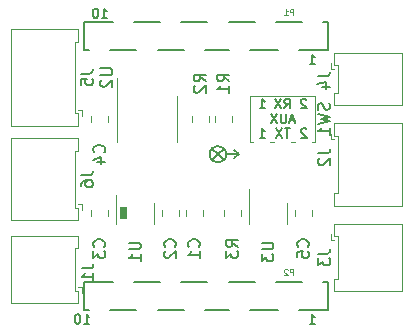
<source format=gbr>
%TF.GenerationSoftware,KiCad,Pcbnew,5.1.6-c6e7f7d~86~ubuntu18.04.1*%
%TF.CreationDate,2020-05-25T11:30:19+02:00*%
%TF.ProjectId,cf-deck-carrier,63662d64-6563-46b2-9d63-617272696572,0.1A*%
%TF.SameCoordinates,Original*%
%TF.FileFunction,Legend,Bot*%
%TF.FilePolarity,Positive*%
%FSLAX46Y46*%
G04 Gerber Fmt 4.6, Leading zero omitted, Abs format (unit mm)*
G04 Created by KiCad (PCBNEW 5.1.6-c6e7f7d~86~ubuntu18.04.1) date 2020-05-25 11:30:19*
%MOMM*%
%LPD*%
G01*
G04 APERTURE LIST*
%ADD10C,0.600000*%
%ADD11C,0.150000*%
%ADD12C,0.120000*%
%ADD13C,0.200000*%
%ADD14C,0.100000*%
%ADD15R,0.750000X1.660000*%
%ADD16R,1.400000X1.400000*%
%ADD17O,1.400000X0.900000*%
%ADD18C,0.950000*%
%ADD19R,1.100000X1.700000*%
G04 APERTURE END LIST*
D10*
X132001000Y-100250920D02*
X132001000Y-101750920D01*
D11*
X146491476Y-93134253D02*
X146110523Y-93134253D01*
X146567666Y-93362824D02*
X146301000Y-92562824D01*
X146034333Y-93362824D01*
X145767666Y-92562824D02*
X145767666Y-93210443D01*
X145729571Y-93286634D01*
X145691476Y-93324729D01*
X145615285Y-93362824D01*
X145462904Y-93362824D01*
X145386714Y-93324729D01*
X145348619Y-93286634D01*
X145310523Y-93210443D01*
X145310523Y-92562824D01*
X145005761Y-92562824D02*
X144472428Y-93362824D01*
X144472428Y-92562824D02*
X145005761Y-93362824D01*
X143522428Y-92112824D02*
X143979571Y-92112824D01*
X143751000Y-92112824D02*
X143751000Y-91312824D01*
X143827190Y-91427110D01*
X143903380Y-91503300D01*
X143979571Y-91541396D01*
X147479571Y-91389015D02*
X147441476Y-91350920D01*
X147365285Y-91312824D01*
X147174809Y-91312824D01*
X147098619Y-91350920D01*
X147060523Y-91389015D01*
X147022428Y-91465205D01*
X147022428Y-91541396D01*
X147060523Y-91655681D01*
X147517666Y-92112824D01*
X147022428Y-92112824D01*
X145634333Y-92112824D02*
X145901000Y-91731872D01*
X146091476Y-92112824D02*
X146091476Y-91312824D01*
X145786714Y-91312824D01*
X145710523Y-91350920D01*
X145672428Y-91389015D01*
X145634333Y-91465205D01*
X145634333Y-91579491D01*
X145672428Y-91655681D01*
X145710523Y-91693777D01*
X145786714Y-91731872D01*
X146091476Y-91731872D01*
X145367666Y-91312824D02*
X144834333Y-92112824D01*
X144834333Y-91312824D02*
X145367666Y-92112824D01*
X143522428Y-94612824D02*
X143979571Y-94612824D01*
X143751000Y-94612824D02*
X143751000Y-93812824D01*
X143827190Y-93927110D01*
X143903380Y-94003300D01*
X143979571Y-94041396D01*
X147479571Y-93889015D02*
X147441476Y-93850920D01*
X147365285Y-93812824D01*
X147174809Y-93812824D01*
X147098619Y-93850920D01*
X147060523Y-93889015D01*
X147022428Y-93965205D01*
X147022428Y-94041396D01*
X147060523Y-94155681D01*
X147517666Y-94612824D01*
X147022428Y-94612824D01*
X146110523Y-93812824D02*
X145653380Y-93812824D01*
X145881952Y-94612824D02*
X145881952Y-93812824D01*
X145462904Y-93812824D02*
X144929571Y-94612824D01*
X144929571Y-93812824D02*
X145462904Y-94612824D01*
D12*
%TO.C,U1*%
X131391000Y-101900920D02*
X131391000Y-99450920D01*
X134611000Y-100100920D02*
X134611000Y-101900920D01*
%TO.C,U3*%
X145861000Y-100100920D02*
X145861000Y-101900920D01*
X142641000Y-101900920D02*
X142641000Y-98950920D01*
%TO.C,SW1*%
X142801000Y-94950920D02*
X148201000Y-94950920D01*
X148201000Y-94950920D02*
X148201000Y-91050920D01*
X142801000Y-91050920D02*
X148201000Y-91050920D01*
X142751000Y-91050920D02*
X142751000Y-94950920D01*
%TO.C,J1*%
X128151000Y-107250920D02*
X128451000Y-107250920D01*
X128451000Y-107250920D02*
X128451000Y-107750920D01*
X127861000Y-105750920D02*
X127861000Y-107540920D01*
X127861000Y-107540920D02*
X128161000Y-107540920D01*
X128161000Y-107540920D02*
X128161000Y-108610920D01*
X128161000Y-108610920D02*
X122441000Y-108610920D01*
X122441000Y-108610920D02*
X122441000Y-105750920D01*
X127861000Y-105750920D02*
X127861000Y-103960920D01*
X127861000Y-103960920D02*
X128161000Y-103960920D01*
X128161000Y-103960920D02*
X128161000Y-102890920D01*
X128161000Y-102890920D02*
X122441000Y-102890920D01*
X122441000Y-102890920D02*
X122441000Y-105750920D01*
%TO.C,U2*%
X136561000Y-93000920D02*
X136561000Y-94950920D01*
X136561000Y-93000920D02*
X136561000Y-91050920D01*
X131441000Y-93000920D02*
X131441000Y-94950920D01*
X131441000Y-93000920D02*
X131441000Y-89550920D01*
D13*
%TO.C,P1*%
X131101000Y-84800920D02*
X128701000Y-84800920D01*
X128701000Y-84800920D02*
X128701000Y-87200920D01*
X128701000Y-87200920D02*
X129101000Y-87200920D01*
X135101000Y-84800920D02*
X132901000Y-84800920D01*
X139101000Y-84800920D02*
X136901000Y-84800920D01*
X133101000Y-87200920D02*
X130901000Y-87200920D01*
X137101000Y-87200920D02*
X134901000Y-87200920D01*
X140901000Y-87200920D02*
X138901000Y-87200920D01*
X143101000Y-84800920D02*
X140901000Y-84800920D01*
X145101000Y-87200920D02*
X142701000Y-87200920D01*
X147101000Y-84800920D02*
X144901000Y-84800920D01*
X149301000Y-84800920D02*
X148901000Y-84800920D01*
X149301000Y-84800920D02*
X149301000Y-87200920D01*
X149301000Y-87200920D02*
X146901000Y-87200920D01*
%TO.C,P2*%
X131101000Y-106800920D02*
X128701000Y-106800920D01*
X128701000Y-106800920D02*
X128701000Y-109200920D01*
X128701000Y-109200920D02*
X129101000Y-109200920D01*
X135101000Y-106800920D02*
X132901000Y-106800920D01*
X139101000Y-106800920D02*
X136901000Y-106800920D01*
X133101000Y-109200920D02*
X130901000Y-109200920D01*
X137101000Y-109200920D02*
X134901000Y-109200920D01*
X140901000Y-109200920D02*
X138901000Y-109200920D01*
X143101000Y-106800920D02*
X140901000Y-106800920D01*
X145101000Y-109200920D02*
X142701000Y-109200920D01*
X147101000Y-106800920D02*
X144901000Y-106800920D01*
X149301000Y-106800920D02*
X148901000Y-106800920D01*
X149301000Y-106800920D02*
X149301000Y-109200920D01*
X149301000Y-109200920D02*
X146901000Y-109200920D01*
D12*
%TO.C,J5*%
X128151000Y-92250920D02*
X128451000Y-92250920D01*
X128451000Y-92250920D02*
X128451000Y-92750920D01*
X127861000Y-89500920D02*
X127861000Y-92540920D01*
X127861000Y-92540920D02*
X128161000Y-92540920D01*
X128161000Y-92540920D02*
X128161000Y-93610920D01*
X128161000Y-93610920D02*
X122441000Y-93610920D01*
X122441000Y-93610920D02*
X122441000Y-89500920D01*
X127861000Y-89500920D02*
X127861000Y-86460920D01*
X127861000Y-86460920D02*
X128161000Y-86460920D01*
X128161000Y-86460920D02*
X128161000Y-85390920D01*
X128161000Y-85390920D02*
X122441000Y-85390920D01*
X122441000Y-85390920D02*
X122441000Y-89500920D01*
%TO.C,J4*%
X149851000Y-88750920D02*
X149551000Y-88750920D01*
X149551000Y-88750920D02*
X149551000Y-88250920D01*
X150141000Y-89625920D02*
X150141000Y-88460920D01*
X150141000Y-88460920D02*
X149841000Y-88460920D01*
X149841000Y-88460920D02*
X149841000Y-87390920D01*
X149841000Y-87390920D02*
X155561000Y-87390920D01*
X155561000Y-87390920D02*
X155561000Y-89625920D01*
X150141000Y-89625920D02*
X150141000Y-90790920D01*
X150141000Y-90790920D02*
X149841000Y-90790920D01*
X149841000Y-90790920D02*
X149841000Y-91860920D01*
X149841000Y-91860920D02*
X155561000Y-91860920D01*
X155561000Y-91860920D02*
X155561000Y-89625920D01*
%TO.C,J2*%
X149851000Y-94750920D02*
X149551000Y-94750920D01*
X149551000Y-94750920D02*
X149551000Y-94250920D01*
X150141000Y-96875920D02*
X150141000Y-94460920D01*
X150141000Y-94460920D02*
X149841000Y-94460920D01*
X149841000Y-94460920D02*
X149841000Y-93390920D01*
X149841000Y-93390920D02*
X155561000Y-93390920D01*
X155561000Y-93390920D02*
X155561000Y-96875920D01*
X150141000Y-96875920D02*
X150141000Y-99290920D01*
X150141000Y-99290920D02*
X149841000Y-99290920D01*
X149841000Y-99290920D02*
X149841000Y-100360920D01*
X149841000Y-100360920D02*
X155561000Y-100360920D01*
X155561000Y-100360920D02*
X155561000Y-96875920D01*
%TO.C,J6*%
X128151000Y-100250920D02*
X128451000Y-100250920D01*
X128451000Y-100250920D02*
X128451000Y-100750920D01*
X127861000Y-98125920D02*
X127861000Y-100540920D01*
X127861000Y-100540920D02*
X128161000Y-100540920D01*
X128161000Y-100540920D02*
X128161000Y-101610920D01*
X128161000Y-101610920D02*
X122441000Y-101610920D01*
X122441000Y-101610920D02*
X122441000Y-98125920D01*
X127861000Y-98125920D02*
X127861000Y-95710920D01*
X127861000Y-95710920D02*
X128161000Y-95710920D01*
X128161000Y-95710920D02*
X128161000Y-94640920D01*
X128161000Y-94640920D02*
X122441000Y-94640920D01*
X122441000Y-94640920D02*
X122441000Y-98125920D01*
%TO.C,J3*%
X149851000Y-103250920D02*
X149551000Y-103250920D01*
X149551000Y-103250920D02*
X149551000Y-102750920D01*
X150141000Y-104750920D02*
X150141000Y-102960920D01*
X150141000Y-102960920D02*
X149841000Y-102960920D01*
X149841000Y-102960920D02*
X149841000Y-101890920D01*
X149841000Y-101890920D02*
X155561000Y-101890920D01*
X155561000Y-101890920D02*
X155561000Y-104750920D01*
X150141000Y-104750920D02*
X150141000Y-106540920D01*
X150141000Y-106540920D02*
X149841000Y-106540920D01*
X149841000Y-106540920D02*
X149841000Y-107610920D01*
X149841000Y-107610920D02*
X155561000Y-107610920D01*
X155561000Y-107610920D02*
X155561000Y-104750920D01*
%TO.C,R3*%
X141961000Y-101262172D02*
X141961000Y-100739668D01*
X140541000Y-101262172D02*
X140541000Y-100739668D01*
%TO.C,R2*%
X139211000Y-93262172D02*
X139211000Y-92739668D01*
X137791000Y-93262172D02*
X137791000Y-92739668D01*
%TO.C,R1*%
X141211000Y-93262172D02*
X141211000Y-92739668D01*
X139791000Y-93262172D02*
X139791000Y-92739668D01*
%TO.C,C5*%
X147961000Y-101262172D02*
X147961000Y-100739668D01*
X146541000Y-101262172D02*
X146541000Y-100739668D01*
%TO.C,C4*%
X130711000Y-93262172D02*
X130711000Y-92739668D01*
X129291000Y-93262172D02*
X129291000Y-92739668D01*
%TO.C,C3*%
X130711000Y-101262172D02*
X130711000Y-100739668D01*
X129291000Y-101262172D02*
X129291000Y-100739668D01*
%TO.C,C2*%
X136711000Y-101262172D02*
X136711000Y-100739668D01*
X135291000Y-101262172D02*
X135291000Y-100739668D01*
%TO.C,C1*%
X138711000Y-101262172D02*
X138711000Y-100739668D01*
X137291000Y-101262172D02*
X137291000Y-100739668D01*
D11*
%TO.C,EXP_ORIENTATION*%
X140001000Y-96000920D02*
X139526000Y-96475920D01*
X140001000Y-96000920D02*
X140476000Y-96475920D01*
X140001000Y-96000920D02*
X140476000Y-95525920D01*
X140001000Y-96000920D02*
X139526000Y-95525920D01*
X140701446Y-96000920D02*
G75*
G03*
X140701446Y-96000920I-700446J0D01*
G01*
X140701000Y-96000920D02*
X141801000Y-96000920D01*
X141801000Y-96000920D02*
X141401000Y-95650920D01*
X141801000Y-96000920D02*
X141401000Y-96350920D01*
%TO.C,U1*%
X132453380Y-103489015D02*
X133262904Y-103489015D01*
X133358142Y-103536634D01*
X133405761Y-103584253D01*
X133453380Y-103679491D01*
X133453380Y-103869967D01*
X133405761Y-103965205D01*
X133358142Y-104012824D01*
X133262904Y-104060443D01*
X132453380Y-104060443D01*
X133453380Y-105060443D02*
X133453380Y-104489015D01*
X133453380Y-104774729D02*
X132453380Y-104774729D01*
X132596238Y-104679491D01*
X132691476Y-104584253D01*
X132739095Y-104489015D01*
%TO.C,U3*%
X143703380Y-103489015D02*
X144512904Y-103489015D01*
X144608142Y-103536634D01*
X144655761Y-103584253D01*
X144703380Y-103679491D01*
X144703380Y-103869967D01*
X144655761Y-103965205D01*
X144608142Y-104012824D01*
X144512904Y-104060443D01*
X143703380Y-104060443D01*
X143703380Y-104441396D02*
X143703380Y-105060443D01*
X144084333Y-104727110D01*
X144084333Y-104869967D01*
X144131952Y-104965205D01*
X144179571Y-105012824D01*
X144274809Y-105060443D01*
X144512904Y-105060443D01*
X144608142Y-105012824D01*
X144655761Y-104965205D01*
X144703380Y-104869967D01*
X144703380Y-104584253D01*
X144655761Y-104489015D01*
X144608142Y-104441396D01*
%TO.C,SW1*%
X149405761Y-91667586D02*
X149453380Y-91810443D01*
X149453380Y-92048539D01*
X149405761Y-92143777D01*
X149358142Y-92191396D01*
X149262904Y-92239015D01*
X149167666Y-92239015D01*
X149072428Y-92191396D01*
X149024809Y-92143777D01*
X148977190Y-92048539D01*
X148929571Y-91858062D01*
X148881952Y-91762824D01*
X148834333Y-91715205D01*
X148739095Y-91667586D01*
X148643857Y-91667586D01*
X148548619Y-91715205D01*
X148501000Y-91762824D01*
X148453380Y-91858062D01*
X148453380Y-92096158D01*
X148501000Y-92239015D01*
X148453380Y-92572348D02*
X149453380Y-92810443D01*
X148739095Y-93000920D01*
X149453380Y-93191396D01*
X148453380Y-93429491D01*
X149453380Y-94334253D02*
X149453380Y-93762824D01*
X149453380Y-94048539D02*
X148453380Y-94048539D01*
X148596238Y-93953300D01*
X148691476Y-93858062D01*
X148739095Y-93762824D01*
%TO.C,J1*%
X128453380Y-105667586D02*
X129167666Y-105667586D01*
X129310523Y-105619967D01*
X129405761Y-105524729D01*
X129453380Y-105381872D01*
X129453380Y-105286634D01*
X129453380Y-106667586D02*
X129453380Y-106096158D01*
X129453380Y-106381872D02*
X128453380Y-106381872D01*
X128596238Y-106286634D01*
X128691476Y-106191396D01*
X128739095Y-106096158D01*
%TO.C,U2*%
X130053380Y-88739015D02*
X130862904Y-88739015D01*
X130958142Y-88786634D01*
X131005761Y-88834253D01*
X131053380Y-88929491D01*
X131053380Y-89119967D01*
X131005761Y-89215205D01*
X130958142Y-89262824D01*
X130862904Y-89310443D01*
X130053380Y-89310443D01*
X130148619Y-89739015D02*
X130101000Y-89786634D01*
X130053380Y-89881872D01*
X130053380Y-90119967D01*
X130101000Y-90215205D01*
X130148619Y-90262824D01*
X130243857Y-90310443D01*
X130339095Y-90310443D01*
X130481952Y-90262824D01*
X131053380Y-89691396D01*
X131053380Y-90310443D01*
%TO.C,P1*%
D14*
X146370047Y-84227110D02*
X146370047Y-83727110D01*
X146179571Y-83727110D01*
X146131952Y-83750920D01*
X146108142Y-83774729D01*
X146084333Y-83822348D01*
X146084333Y-83893777D01*
X146108142Y-83941396D01*
X146131952Y-83965205D01*
X146179571Y-83989015D01*
X146370047Y-83989015D01*
X145608142Y-84227110D02*
X145893857Y-84227110D01*
X145751000Y-84227110D02*
X145751000Y-83727110D01*
X145798619Y-83798539D01*
X145846238Y-83846158D01*
X145893857Y-83869967D01*
D13*
X147772428Y-88362824D02*
X148229571Y-88362824D01*
X148001000Y-88362824D02*
X148001000Y-87562824D01*
X148077190Y-87677110D01*
X148153380Y-87753300D01*
X148229571Y-87791396D01*
X130153380Y-84462824D02*
X130610523Y-84462824D01*
X130381952Y-84462824D02*
X130381952Y-83662824D01*
X130458142Y-83777110D01*
X130534333Y-83853300D01*
X130610523Y-83891396D01*
X129658142Y-83662824D02*
X129581952Y-83662824D01*
X129505761Y-83700920D01*
X129467666Y-83739015D01*
X129429571Y-83815205D01*
X129391476Y-83967586D01*
X129391476Y-84158062D01*
X129429571Y-84310443D01*
X129467666Y-84386634D01*
X129505761Y-84424729D01*
X129581952Y-84462824D01*
X129658142Y-84462824D01*
X129734333Y-84424729D01*
X129772428Y-84386634D01*
X129810523Y-84310443D01*
X129848619Y-84158062D01*
X129848619Y-83967586D01*
X129810523Y-83815205D01*
X129772428Y-83739015D01*
X129734333Y-83700920D01*
X129658142Y-83662824D01*
%TO.C,P2*%
D14*
X146370047Y-106227110D02*
X146370047Y-105727110D01*
X146179571Y-105727110D01*
X146131952Y-105750920D01*
X146108142Y-105774729D01*
X146084333Y-105822348D01*
X146084333Y-105893777D01*
X146108142Y-105941396D01*
X146131952Y-105965205D01*
X146179571Y-105989015D01*
X146370047Y-105989015D01*
X145893857Y-105774729D02*
X145870047Y-105750920D01*
X145822428Y-105727110D01*
X145703380Y-105727110D01*
X145655761Y-105750920D01*
X145631952Y-105774729D01*
X145608142Y-105822348D01*
X145608142Y-105869967D01*
X145631952Y-105941396D01*
X145917666Y-106227110D01*
X145608142Y-106227110D01*
D13*
X147772428Y-110362824D02*
X148229571Y-110362824D01*
X148001000Y-110362824D02*
X148001000Y-109562824D01*
X148077190Y-109677110D01*
X148153380Y-109753300D01*
X148229571Y-109791396D01*
X128653380Y-110362824D02*
X129110523Y-110362824D01*
X128881952Y-110362824D02*
X128881952Y-109562824D01*
X128958142Y-109677110D01*
X129034333Y-109753300D01*
X129110523Y-109791396D01*
X128158142Y-109562824D02*
X128081952Y-109562824D01*
X128005761Y-109600920D01*
X127967666Y-109639015D01*
X127929571Y-109715205D01*
X127891476Y-109867586D01*
X127891476Y-110058062D01*
X127929571Y-110210443D01*
X127967666Y-110286634D01*
X128005761Y-110324729D01*
X128081952Y-110362824D01*
X128158142Y-110362824D01*
X128234333Y-110324729D01*
X128272428Y-110286634D01*
X128310523Y-110210443D01*
X128348619Y-110058062D01*
X128348619Y-109867586D01*
X128310523Y-109715205D01*
X128272428Y-109639015D01*
X128234333Y-109600920D01*
X128158142Y-109562824D01*
%TO.C,J5*%
D11*
X128403380Y-89167586D02*
X129117666Y-89167586D01*
X129260523Y-89119967D01*
X129355761Y-89024729D01*
X129403380Y-88881872D01*
X129403380Y-88786634D01*
X128403380Y-90119967D02*
X128403380Y-89643777D01*
X128879571Y-89596158D01*
X128831952Y-89643777D01*
X128784333Y-89739015D01*
X128784333Y-89977110D01*
X128831952Y-90072348D01*
X128879571Y-90119967D01*
X128974809Y-90167586D01*
X129212904Y-90167586D01*
X129308142Y-90119967D01*
X129355761Y-90072348D01*
X129403380Y-89977110D01*
X129403380Y-89739015D01*
X129355761Y-89643777D01*
X129308142Y-89596158D01*
%TO.C,J4*%
X148453380Y-89417586D02*
X149167666Y-89417586D01*
X149310523Y-89369967D01*
X149405761Y-89274729D01*
X149453380Y-89131872D01*
X149453380Y-89036634D01*
X148786714Y-90322348D02*
X149453380Y-90322348D01*
X148405761Y-90084253D02*
X149120047Y-89846158D01*
X149120047Y-90465205D01*
%TO.C,J2*%
X148503380Y-95917586D02*
X149217666Y-95917586D01*
X149360523Y-95869967D01*
X149455761Y-95774729D01*
X149503380Y-95631872D01*
X149503380Y-95536634D01*
X148598619Y-96346158D02*
X148551000Y-96393777D01*
X148503380Y-96489015D01*
X148503380Y-96727110D01*
X148551000Y-96822348D01*
X148598619Y-96869967D01*
X148693857Y-96917586D01*
X148789095Y-96917586D01*
X148931952Y-96869967D01*
X149503380Y-96298539D01*
X149503380Y-96917586D01*
%TO.C,J6*%
X128403380Y-97787586D02*
X129117666Y-97787586D01*
X129260523Y-97739967D01*
X129355761Y-97644729D01*
X129403380Y-97501872D01*
X129403380Y-97406634D01*
X128403380Y-98692348D02*
X128403380Y-98501872D01*
X128451000Y-98406634D01*
X128498619Y-98359015D01*
X128641476Y-98263777D01*
X128831952Y-98216158D01*
X129212904Y-98216158D01*
X129308142Y-98263777D01*
X129355761Y-98311396D01*
X129403380Y-98406634D01*
X129403380Y-98597110D01*
X129355761Y-98692348D01*
X129308142Y-98739967D01*
X129212904Y-98787586D01*
X128974809Y-98787586D01*
X128879571Y-98739967D01*
X128831952Y-98692348D01*
X128784333Y-98597110D01*
X128784333Y-98406634D01*
X128831952Y-98311396D01*
X128879571Y-98263777D01*
X128974809Y-98216158D01*
%TO.C,J3*%
X148503380Y-104417586D02*
X149217666Y-104417586D01*
X149360523Y-104369967D01*
X149455761Y-104274729D01*
X149503380Y-104131872D01*
X149503380Y-104036634D01*
X148503380Y-104798539D02*
X148503380Y-105417586D01*
X148884333Y-105084253D01*
X148884333Y-105227110D01*
X148931952Y-105322348D01*
X148979571Y-105369967D01*
X149074809Y-105417586D01*
X149312904Y-105417586D01*
X149408142Y-105369967D01*
X149455761Y-105322348D01*
X149503380Y-105227110D01*
X149503380Y-104941396D01*
X149455761Y-104846158D01*
X149408142Y-104798539D01*
%TO.C,R3*%
X141703380Y-103834253D02*
X141227190Y-103500920D01*
X141703380Y-103262824D02*
X140703380Y-103262824D01*
X140703380Y-103643777D01*
X140751000Y-103739015D01*
X140798619Y-103786634D01*
X140893857Y-103834253D01*
X141036714Y-103834253D01*
X141131952Y-103786634D01*
X141179571Y-103739015D01*
X141227190Y-103643777D01*
X141227190Y-103262824D01*
X140703380Y-104167586D02*
X140703380Y-104786634D01*
X141084333Y-104453300D01*
X141084333Y-104596158D01*
X141131952Y-104691396D01*
X141179571Y-104739015D01*
X141274809Y-104786634D01*
X141512904Y-104786634D01*
X141608142Y-104739015D01*
X141655761Y-104691396D01*
X141703380Y-104596158D01*
X141703380Y-104310443D01*
X141655761Y-104215205D01*
X141608142Y-104167586D01*
%TO.C,R2*%
X138953380Y-89834253D02*
X138477190Y-89500920D01*
X138953380Y-89262824D02*
X137953380Y-89262824D01*
X137953380Y-89643777D01*
X138001000Y-89739015D01*
X138048619Y-89786634D01*
X138143857Y-89834253D01*
X138286714Y-89834253D01*
X138381952Y-89786634D01*
X138429571Y-89739015D01*
X138477190Y-89643777D01*
X138477190Y-89262824D01*
X138048619Y-90215205D02*
X138001000Y-90262824D01*
X137953380Y-90358062D01*
X137953380Y-90596158D01*
X138001000Y-90691396D01*
X138048619Y-90739015D01*
X138143857Y-90786634D01*
X138239095Y-90786634D01*
X138381952Y-90739015D01*
X138953380Y-90167586D01*
X138953380Y-90786634D01*
%TO.C,R1*%
X140953380Y-89834253D02*
X140477190Y-89500920D01*
X140953380Y-89262824D02*
X139953380Y-89262824D01*
X139953380Y-89643777D01*
X140001000Y-89739015D01*
X140048619Y-89786634D01*
X140143857Y-89834253D01*
X140286714Y-89834253D01*
X140381952Y-89786634D01*
X140429571Y-89739015D01*
X140477190Y-89643777D01*
X140477190Y-89262824D01*
X140953380Y-90786634D02*
X140953380Y-90215205D01*
X140953380Y-90500920D02*
X139953380Y-90500920D01*
X140096238Y-90405681D01*
X140191476Y-90310443D01*
X140239095Y-90215205D01*
%TO.C,C5*%
X147608142Y-103834253D02*
X147655761Y-103786634D01*
X147703380Y-103643777D01*
X147703380Y-103548539D01*
X147655761Y-103405681D01*
X147560523Y-103310443D01*
X147465285Y-103262824D01*
X147274809Y-103215205D01*
X147131952Y-103215205D01*
X146941476Y-103262824D01*
X146846238Y-103310443D01*
X146751000Y-103405681D01*
X146703380Y-103548539D01*
X146703380Y-103643777D01*
X146751000Y-103786634D01*
X146798619Y-103834253D01*
X146703380Y-104739015D02*
X146703380Y-104262824D01*
X147179571Y-104215205D01*
X147131952Y-104262824D01*
X147084333Y-104358062D01*
X147084333Y-104596158D01*
X147131952Y-104691396D01*
X147179571Y-104739015D01*
X147274809Y-104786634D01*
X147512904Y-104786634D01*
X147608142Y-104739015D01*
X147655761Y-104691396D01*
X147703380Y-104596158D01*
X147703380Y-104358062D01*
X147655761Y-104262824D01*
X147608142Y-104215205D01*
%TO.C,C4*%
X130358142Y-95834253D02*
X130405761Y-95786634D01*
X130453380Y-95643777D01*
X130453380Y-95548539D01*
X130405761Y-95405681D01*
X130310523Y-95310443D01*
X130215285Y-95262824D01*
X130024809Y-95215205D01*
X129881952Y-95215205D01*
X129691476Y-95262824D01*
X129596238Y-95310443D01*
X129501000Y-95405681D01*
X129453380Y-95548539D01*
X129453380Y-95643777D01*
X129501000Y-95786634D01*
X129548619Y-95834253D01*
X129786714Y-96691396D02*
X130453380Y-96691396D01*
X129405761Y-96453300D02*
X130120047Y-96215205D01*
X130120047Y-96834253D01*
%TO.C,C3*%
X130358142Y-103834253D02*
X130405761Y-103786634D01*
X130453380Y-103643777D01*
X130453380Y-103548539D01*
X130405761Y-103405681D01*
X130310523Y-103310443D01*
X130215285Y-103262824D01*
X130024809Y-103215205D01*
X129881952Y-103215205D01*
X129691476Y-103262824D01*
X129596238Y-103310443D01*
X129501000Y-103405681D01*
X129453380Y-103548539D01*
X129453380Y-103643777D01*
X129501000Y-103786634D01*
X129548619Y-103834253D01*
X129453380Y-104167586D02*
X129453380Y-104786634D01*
X129834333Y-104453300D01*
X129834333Y-104596158D01*
X129881952Y-104691396D01*
X129929571Y-104739015D01*
X130024809Y-104786634D01*
X130262904Y-104786634D01*
X130358142Y-104739015D01*
X130405761Y-104691396D01*
X130453380Y-104596158D01*
X130453380Y-104310443D01*
X130405761Y-104215205D01*
X130358142Y-104167586D01*
%TO.C,C2*%
X136358142Y-103834253D02*
X136405761Y-103786634D01*
X136453380Y-103643777D01*
X136453380Y-103548539D01*
X136405761Y-103405681D01*
X136310523Y-103310443D01*
X136215285Y-103262824D01*
X136024809Y-103215205D01*
X135881952Y-103215205D01*
X135691476Y-103262824D01*
X135596238Y-103310443D01*
X135501000Y-103405681D01*
X135453380Y-103548539D01*
X135453380Y-103643777D01*
X135501000Y-103786634D01*
X135548619Y-103834253D01*
X135548619Y-104215205D02*
X135501000Y-104262824D01*
X135453380Y-104358062D01*
X135453380Y-104596158D01*
X135501000Y-104691396D01*
X135548619Y-104739015D01*
X135643857Y-104786634D01*
X135739095Y-104786634D01*
X135881952Y-104739015D01*
X136453380Y-104167586D01*
X136453380Y-104786634D01*
%TO.C,C1*%
X138358142Y-103834253D02*
X138405761Y-103786634D01*
X138453380Y-103643777D01*
X138453380Y-103548539D01*
X138405761Y-103405681D01*
X138310523Y-103310443D01*
X138215285Y-103262824D01*
X138024809Y-103215205D01*
X137881952Y-103215205D01*
X137691476Y-103262824D01*
X137596238Y-103310443D01*
X137501000Y-103405681D01*
X137453380Y-103548539D01*
X137453380Y-103643777D01*
X137501000Y-103786634D01*
X137548619Y-103834253D01*
X138453380Y-104786634D02*
X138453380Y-104215205D01*
X138453380Y-104500920D02*
X137453380Y-104500920D01*
X137596238Y-104405681D01*
X137691476Y-104310443D01*
X137739095Y-104215205D01*
%TD*%
%LPC*%
D15*
%TO.C,U1*%
X132051000Y-102350920D03*
X133951000Y-102350920D03*
X133951000Y-99650920D03*
X133001000Y-99650920D03*
X132051000Y-99650920D03*
%TD*%
%TO.C,U3*%
X144251000Y-102350920D03*
X143301000Y-102350920D03*
X145201000Y-102350920D03*
X145201000Y-99650920D03*
X144251000Y-99650920D03*
X143301000Y-99650920D03*
%TD*%
D16*
%TO.C,SW1*%
X143751000Y-90350920D03*
X145501000Y-90350920D03*
X147251000Y-90350920D03*
X143751000Y-95650920D03*
X145501000Y-95650920D03*
X147251000Y-95650920D03*
%TD*%
%TO.C,J1*%
G36*
G01*
X127476000Y-107450920D02*
X126526000Y-107450920D01*
G75*
G02*
X126301000Y-107225920I0J225000D01*
G01*
X126301000Y-106775920D01*
G75*
G02*
X126526000Y-106550920I225000J0D01*
G01*
X127476000Y-106550920D01*
G75*
G02*
X127701000Y-106775920I0J-225000D01*
G01*
X127701000Y-107225920D01*
G75*
G02*
X127476000Y-107450920I-225000J0D01*
G01*
G37*
D17*
X127001000Y-105750920D03*
X127001000Y-104500920D03*
%TD*%
%TO.C,U2*%
G36*
G01*
X131921000Y-94450920D02*
X132271000Y-94450920D01*
G75*
G02*
X132446000Y-94625920I0J-175000D01*
G01*
X132446000Y-96325920D01*
G75*
G02*
X132271000Y-96500920I-175000J0D01*
G01*
X131921000Y-96500920D01*
G75*
G02*
X131746000Y-96325920I0J175000D01*
G01*
X131746000Y-94625920D01*
G75*
G02*
X131921000Y-94450920I175000J0D01*
G01*
G37*
G36*
G01*
X133191000Y-94450920D02*
X133541000Y-94450920D01*
G75*
G02*
X133716000Y-94625920I0J-175000D01*
G01*
X133716000Y-96325920D01*
G75*
G02*
X133541000Y-96500920I-175000J0D01*
G01*
X133191000Y-96500920D01*
G75*
G02*
X133016000Y-96325920I0J175000D01*
G01*
X133016000Y-94625920D01*
G75*
G02*
X133191000Y-94450920I175000J0D01*
G01*
G37*
G36*
G01*
X134461000Y-94450920D02*
X134811000Y-94450920D01*
G75*
G02*
X134986000Y-94625920I0J-175000D01*
G01*
X134986000Y-96325920D01*
G75*
G02*
X134811000Y-96500920I-175000J0D01*
G01*
X134461000Y-96500920D01*
G75*
G02*
X134286000Y-96325920I0J175000D01*
G01*
X134286000Y-94625920D01*
G75*
G02*
X134461000Y-94450920I175000J0D01*
G01*
G37*
G36*
G01*
X135731000Y-94450920D02*
X136081000Y-94450920D01*
G75*
G02*
X136256000Y-94625920I0J-175000D01*
G01*
X136256000Y-96325920D01*
G75*
G02*
X136081000Y-96500920I-175000J0D01*
G01*
X135731000Y-96500920D01*
G75*
G02*
X135556000Y-96325920I0J175000D01*
G01*
X135556000Y-94625920D01*
G75*
G02*
X135731000Y-94450920I175000J0D01*
G01*
G37*
G36*
G01*
X135731000Y-89500920D02*
X136081000Y-89500920D01*
G75*
G02*
X136256000Y-89675920I0J-175000D01*
G01*
X136256000Y-91375920D01*
G75*
G02*
X136081000Y-91550920I-175000J0D01*
G01*
X135731000Y-91550920D01*
G75*
G02*
X135556000Y-91375920I0J175000D01*
G01*
X135556000Y-89675920D01*
G75*
G02*
X135731000Y-89500920I175000J0D01*
G01*
G37*
G36*
G01*
X134461000Y-89500920D02*
X134811000Y-89500920D01*
G75*
G02*
X134986000Y-89675920I0J-175000D01*
G01*
X134986000Y-91375920D01*
G75*
G02*
X134811000Y-91550920I-175000J0D01*
G01*
X134461000Y-91550920D01*
G75*
G02*
X134286000Y-91375920I0J175000D01*
G01*
X134286000Y-89675920D01*
G75*
G02*
X134461000Y-89500920I175000J0D01*
G01*
G37*
G36*
G01*
X133191000Y-89500920D02*
X133541000Y-89500920D01*
G75*
G02*
X133716000Y-89675920I0J-175000D01*
G01*
X133716000Y-91375920D01*
G75*
G02*
X133541000Y-91550920I-175000J0D01*
G01*
X133191000Y-91550920D01*
G75*
G02*
X133016000Y-91375920I0J175000D01*
G01*
X133016000Y-89675920D01*
G75*
G02*
X133191000Y-89500920I175000J0D01*
G01*
G37*
G36*
G01*
X131921000Y-89500920D02*
X132271000Y-89500920D01*
G75*
G02*
X132446000Y-89675920I0J-175000D01*
G01*
X132446000Y-91375920D01*
G75*
G02*
X132271000Y-91550920I-175000J0D01*
G01*
X131921000Y-91550920D01*
G75*
G02*
X131746000Y-91375920I0J175000D01*
G01*
X131746000Y-89675920D01*
G75*
G02*
X131921000Y-89500920I175000J0D01*
G01*
G37*
%TD*%
D18*
%TO.C,P1*%
X130001000Y-86000920D03*
X132001000Y-86000920D03*
X134001000Y-86000920D03*
X136001000Y-86000920D03*
X138001000Y-86000920D03*
X140001000Y-86000920D03*
X142001000Y-86000920D03*
X144001000Y-86000920D03*
X146001000Y-86000920D03*
X148001000Y-86000920D03*
D19*
X130001000Y-87600920D03*
X132001000Y-84400920D03*
X134001000Y-87600920D03*
X136001000Y-84400920D03*
X138001000Y-87600920D03*
X140001000Y-84400920D03*
X142001000Y-87600920D03*
X144001000Y-84400920D03*
X146001000Y-87600920D03*
X148001000Y-84400920D03*
%TD*%
D18*
%TO.C,P2*%
X130001000Y-108000920D03*
X132001000Y-108000920D03*
X134001000Y-108000920D03*
X136001000Y-108000920D03*
X138001000Y-108000920D03*
X140001000Y-108000920D03*
X142001000Y-108000920D03*
X144001000Y-108000920D03*
X146001000Y-108000920D03*
X148001000Y-108000920D03*
D19*
X130001000Y-109600920D03*
X132001000Y-106400920D03*
X134001000Y-109600920D03*
X136001000Y-106400920D03*
X138001000Y-109600920D03*
X140001000Y-106400920D03*
X142001000Y-109600920D03*
X144001000Y-106400920D03*
X146001000Y-109600920D03*
X148001000Y-106400920D03*
%TD*%
%TO.C,J5*%
G36*
G01*
X127476000Y-92450920D02*
X126526000Y-92450920D01*
G75*
G02*
X126301000Y-92225920I0J225000D01*
G01*
X126301000Y-91775920D01*
G75*
G02*
X126526000Y-91550920I225000J0D01*
G01*
X127476000Y-91550920D01*
G75*
G02*
X127701000Y-91775920I0J-225000D01*
G01*
X127701000Y-92225920D01*
G75*
G02*
X127476000Y-92450920I-225000J0D01*
G01*
G37*
D17*
X127001000Y-90750920D03*
X127001000Y-89500920D03*
X127001000Y-88250920D03*
X127001000Y-87000920D03*
%TD*%
%TO.C,J4*%
G36*
G01*
X150526000Y-88550920D02*
X151476000Y-88550920D01*
G75*
G02*
X151701000Y-88775920I0J-225000D01*
G01*
X151701000Y-89225920D01*
G75*
G02*
X151476000Y-89450920I-225000J0D01*
G01*
X150526000Y-89450920D01*
G75*
G02*
X150301000Y-89225920I0J225000D01*
G01*
X150301000Y-88775920D01*
G75*
G02*
X150526000Y-88550920I225000J0D01*
G01*
G37*
X151001000Y-90250920D03*
%TD*%
%TO.C,J2*%
G36*
G01*
X150526000Y-94550920D02*
X151476000Y-94550920D01*
G75*
G02*
X151701000Y-94775920I0J-225000D01*
G01*
X151701000Y-95225920D01*
G75*
G02*
X151476000Y-95450920I-225000J0D01*
G01*
X150526000Y-95450920D01*
G75*
G02*
X150301000Y-95225920I0J225000D01*
G01*
X150301000Y-94775920D01*
G75*
G02*
X150526000Y-94550920I225000J0D01*
G01*
G37*
X151001000Y-96250920D03*
X151001000Y-97500920D03*
X151001000Y-98750920D03*
%TD*%
%TO.C,J6*%
G36*
G01*
X127476000Y-100450920D02*
X126526000Y-100450920D01*
G75*
G02*
X126301000Y-100225920I0J225000D01*
G01*
X126301000Y-99775920D01*
G75*
G02*
X126526000Y-99550920I225000J0D01*
G01*
X127476000Y-99550920D01*
G75*
G02*
X127701000Y-99775920I0J-225000D01*
G01*
X127701000Y-100225920D01*
G75*
G02*
X127476000Y-100450920I-225000J0D01*
G01*
G37*
X127001000Y-98750920D03*
X127001000Y-97500920D03*
X127001000Y-96250920D03*
%TD*%
%TO.C,J3*%
G36*
G01*
X150526000Y-103050920D02*
X151476000Y-103050920D01*
G75*
G02*
X151701000Y-103275920I0J-225000D01*
G01*
X151701000Y-103725920D01*
G75*
G02*
X151476000Y-103950920I-225000J0D01*
G01*
X150526000Y-103950920D01*
G75*
G02*
X150301000Y-103725920I0J225000D01*
G01*
X150301000Y-103275920D01*
G75*
G02*
X150526000Y-103050920I225000J0D01*
G01*
G37*
X151001000Y-104750920D03*
X151001000Y-106000920D03*
%TD*%
%TO.C,R3*%
G36*
G01*
X141729262Y-100600920D02*
X140772738Y-100600920D01*
G75*
G02*
X140501000Y-100329182I0J271738D01*
G01*
X140501000Y-99622658D01*
G75*
G02*
X140772738Y-99350920I271738J0D01*
G01*
X141729262Y-99350920D01*
G75*
G02*
X142001000Y-99622658I0J-271738D01*
G01*
X142001000Y-100329182D01*
G75*
G02*
X141729262Y-100600920I-271738J0D01*
G01*
G37*
G36*
G01*
X141729262Y-102650920D02*
X140772738Y-102650920D01*
G75*
G02*
X140501000Y-102379182I0J271738D01*
G01*
X140501000Y-101672658D01*
G75*
G02*
X140772738Y-101400920I271738J0D01*
G01*
X141729262Y-101400920D01*
G75*
G02*
X142001000Y-101672658I0J-271738D01*
G01*
X142001000Y-102379182D01*
G75*
G02*
X141729262Y-102650920I-271738J0D01*
G01*
G37*
%TD*%
%TO.C,R2*%
G36*
G01*
X138979262Y-92600920D02*
X138022738Y-92600920D01*
G75*
G02*
X137751000Y-92329182I0J271738D01*
G01*
X137751000Y-91622658D01*
G75*
G02*
X138022738Y-91350920I271738J0D01*
G01*
X138979262Y-91350920D01*
G75*
G02*
X139251000Y-91622658I0J-271738D01*
G01*
X139251000Y-92329182D01*
G75*
G02*
X138979262Y-92600920I-271738J0D01*
G01*
G37*
G36*
G01*
X138979262Y-94650920D02*
X138022738Y-94650920D01*
G75*
G02*
X137751000Y-94379182I0J271738D01*
G01*
X137751000Y-93672658D01*
G75*
G02*
X138022738Y-93400920I271738J0D01*
G01*
X138979262Y-93400920D01*
G75*
G02*
X139251000Y-93672658I0J-271738D01*
G01*
X139251000Y-94379182D01*
G75*
G02*
X138979262Y-94650920I-271738J0D01*
G01*
G37*
%TD*%
%TO.C,R1*%
G36*
G01*
X140979262Y-92600920D02*
X140022738Y-92600920D01*
G75*
G02*
X139751000Y-92329182I0J271738D01*
G01*
X139751000Y-91622658D01*
G75*
G02*
X140022738Y-91350920I271738J0D01*
G01*
X140979262Y-91350920D01*
G75*
G02*
X141251000Y-91622658I0J-271738D01*
G01*
X141251000Y-92329182D01*
G75*
G02*
X140979262Y-92600920I-271738J0D01*
G01*
G37*
G36*
G01*
X140979262Y-94650920D02*
X140022738Y-94650920D01*
G75*
G02*
X139751000Y-94379182I0J271738D01*
G01*
X139751000Y-93672658D01*
G75*
G02*
X140022738Y-93400920I271738J0D01*
G01*
X140979262Y-93400920D01*
G75*
G02*
X141251000Y-93672658I0J-271738D01*
G01*
X141251000Y-94379182D01*
G75*
G02*
X140979262Y-94650920I-271738J0D01*
G01*
G37*
%TD*%
%TO.C,C5*%
G36*
G01*
X147729262Y-100600920D02*
X146772738Y-100600920D01*
G75*
G02*
X146501000Y-100329182I0J271738D01*
G01*
X146501000Y-99622658D01*
G75*
G02*
X146772738Y-99350920I271738J0D01*
G01*
X147729262Y-99350920D01*
G75*
G02*
X148001000Y-99622658I0J-271738D01*
G01*
X148001000Y-100329182D01*
G75*
G02*
X147729262Y-100600920I-271738J0D01*
G01*
G37*
G36*
G01*
X147729262Y-102650920D02*
X146772738Y-102650920D01*
G75*
G02*
X146501000Y-102379182I0J271738D01*
G01*
X146501000Y-101672658D01*
G75*
G02*
X146772738Y-101400920I271738J0D01*
G01*
X147729262Y-101400920D01*
G75*
G02*
X148001000Y-101672658I0J-271738D01*
G01*
X148001000Y-102379182D01*
G75*
G02*
X147729262Y-102650920I-271738J0D01*
G01*
G37*
%TD*%
%TO.C,C4*%
G36*
G01*
X130479262Y-92600920D02*
X129522738Y-92600920D01*
G75*
G02*
X129251000Y-92329182I0J271738D01*
G01*
X129251000Y-91622658D01*
G75*
G02*
X129522738Y-91350920I271738J0D01*
G01*
X130479262Y-91350920D01*
G75*
G02*
X130751000Y-91622658I0J-271738D01*
G01*
X130751000Y-92329182D01*
G75*
G02*
X130479262Y-92600920I-271738J0D01*
G01*
G37*
G36*
G01*
X130479262Y-94650920D02*
X129522738Y-94650920D01*
G75*
G02*
X129251000Y-94379182I0J271738D01*
G01*
X129251000Y-93672658D01*
G75*
G02*
X129522738Y-93400920I271738J0D01*
G01*
X130479262Y-93400920D01*
G75*
G02*
X130751000Y-93672658I0J-271738D01*
G01*
X130751000Y-94379182D01*
G75*
G02*
X130479262Y-94650920I-271738J0D01*
G01*
G37*
%TD*%
%TO.C,C3*%
G36*
G01*
X130479262Y-100600920D02*
X129522738Y-100600920D01*
G75*
G02*
X129251000Y-100329182I0J271738D01*
G01*
X129251000Y-99622658D01*
G75*
G02*
X129522738Y-99350920I271738J0D01*
G01*
X130479262Y-99350920D01*
G75*
G02*
X130751000Y-99622658I0J-271738D01*
G01*
X130751000Y-100329182D01*
G75*
G02*
X130479262Y-100600920I-271738J0D01*
G01*
G37*
G36*
G01*
X130479262Y-102650920D02*
X129522738Y-102650920D01*
G75*
G02*
X129251000Y-102379182I0J271738D01*
G01*
X129251000Y-101672658D01*
G75*
G02*
X129522738Y-101400920I271738J0D01*
G01*
X130479262Y-101400920D01*
G75*
G02*
X130751000Y-101672658I0J-271738D01*
G01*
X130751000Y-102379182D01*
G75*
G02*
X130479262Y-102650920I-271738J0D01*
G01*
G37*
%TD*%
%TO.C,C2*%
G36*
G01*
X136479262Y-100600920D02*
X135522738Y-100600920D01*
G75*
G02*
X135251000Y-100329182I0J271738D01*
G01*
X135251000Y-99622658D01*
G75*
G02*
X135522738Y-99350920I271738J0D01*
G01*
X136479262Y-99350920D01*
G75*
G02*
X136751000Y-99622658I0J-271738D01*
G01*
X136751000Y-100329182D01*
G75*
G02*
X136479262Y-100600920I-271738J0D01*
G01*
G37*
G36*
G01*
X136479262Y-102650920D02*
X135522738Y-102650920D01*
G75*
G02*
X135251000Y-102379182I0J271738D01*
G01*
X135251000Y-101672658D01*
G75*
G02*
X135522738Y-101400920I271738J0D01*
G01*
X136479262Y-101400920D01*
G75*
G02*
X136751000Y-101672658I0J-271738D01*
G01*
X136751000Y-102379182D01*
G75*
G02*
X136479262Y-102650920I-271738J0D01*
G01*
G37*
%TD*%
%TO.C,C1*%
G36*
G01*
X138479262Y-100600920D02*
X137522738Y-100600920D01*
G75*
G02*
X137251000Y-100329182I0J271738D01*
G01*
X137251000Y-99622658D01*
G75*
G02*
X137522738Y-99350920I271738J0D01*
G01*
X138479262Y-99350920D01*
G75*
G02*
X138751000Y-99622658I0J-271738D01*
G01*
X138751000Y-100329182D01*
G75*
G02*
X138479262Y-100600920I-271738J0D01*
G01*
G37*
G36*
G01*
X138479262Y-102650920D02*
X137522738Y-102650920D01*
G75*
G02*
X137251000Y-102379182I0J271738D01*
G01*
X137251000Y-101672658D01*
G75*
G02*
X137522738Y-101400920I271738J0D01*
G01*
X138479262Y-101400920D01*
G75*
G02*
X138751000Y-101672658I0J-271738D01*
G01*
X138751000Y-102379182D01*
G75*
G02*
X138479262Y-102650920I-271738J0D01*
G01*
G37*
%TD*%
M02*

</source>
